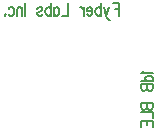
<source format=gbo>
G04 DipTrace 2.4.0.2*
%IN1dBBLE.gbo*%
%MOIN*%
%ADD67C,0.0062*%
%FSLAX44Y44*%
G04*
G70*
G90*
G75*
G01*
%LNBotSilk*%
%LPD*%
X10298Y9810D2*
D67*
X10497D1*
Y9408D1*
Y9619D2*
X10374D1*
X10183Y9676D2*
X10092Y9408D1*
X10122Y9332D1*
X10153Y9293D1*
X10183Y9274D1*
X10199D1*
X10000Y9676D2*
X10092Y9408D1*
X9901Y9810D2*
Y9408D1*
Y9619D2*
X9870Y9657D1*
X9840Y9676D1*
X9794D1*
X9763Y9657D1*
X9733Y9619D1*
X9717Y9561D1*
Y9523D1*
X9733Y9466D1*
X9763Y9428D1*
X9794Y9408D1*
X9840D1*
X9870Y9428D1*
X9901Y9466D1*
X9619Y9561D2*
X9435D1*
Y9600D1*
X9450Y9638D1*
X9465Y9657D1*
X9496Y9676D1*
X9542D1*
X9573Y9657D1*
X9603Y9619D1*
X9619Y9561D1*
Y9523D1*
X9603Y9466D1*
X9573Y9428D1*
X9542Y9408D1*
X9496D1*
X9465Y9428D1*
X9435Y9466D1*
X9336Y9676D2*
Y9408D1*
Y9561D2*
X9321Y9619D1*
X9290Y9657D1*
X9259Y9676D1*
X9213D1*
X8804Y9810D2*
Y9408D1*
X8620D1*
X8338Y9676D2*
Y9408D1*
Y9619D2*
X8368Y9657D1*
X8399Y9676D1*
X8444D1*
X8475Y9657D1*
X8506Y9619D1*
X8521Y9561D1*
Y9523D1*
X8506Y9466D1*
X8475Y9428D1*
X8444Y9408D1*
X8399D1*
X8368Y9428D1*
X8338Y9466D1*
X8239Y9810D2*
Y9408D1*
Y9619D2*
X8208Y9657D1*
X8178Y9676D1*
X8132D1*
X8101Y9657D1*
X8070Y9619D1*
X8055Y9561D1*
Y9523D1*
X8070Y9466D1*
X8101Y9428D1*
X8132Y9408D1*
X8178D1*
X8208Y9428D1*
X8239Y9466D1*
X7788Y9619D2*
X7803Y9657D1*
X7849Y9676D1*
X7895D1*
X7941Y9657D1*
X7956Y9619D1*
X7941Y9581D1*
X7910Y9561D1*
X7834Y9542D1*
X7803Y9523D1*
X7788Y9485D1*
Y9466D1*
X7803Y9428D1*
X7849Y9408D1*
X7895D1*
X7941Y9428D1*
X7956Y9466D1*
X7378Y9810D2*
Y9408D1*
X7279Y9676D2*
Y9408D1*
Y9600D2*
X7233Y9657D1*
X7203Y9676D1*
X7157D1*
X7126Y9657D1*
X7111Y9600D1*
Y9408D1*
X6828Y9619D2*
X6859Y9657D1*
X6890Y9676D1*
X6935D1*
X6966Y9657D1*
X6997Y9619D1*
X7012Y9561D1*
Y9523D1*
X6997Y9466D1*
X6966Y9428D1*
X6935Y9408D1*
X6890D1*
X6859Y9428D1*
X6828Y9466D1*
X6714Y9447D2*
X6729Y9427D1*
X6714Y9408D1*
X6699Y9427D1*
X6714Y9447D1*
X11319Y7572D2*
X11299Y7541D1*
X11242Y7495D1*
X11644D1*
X11242Y7212D2*
X11644D1*
X11433D2*
X11395Y7243D1*
X11376Y7274D1*
Y7320D1*
X11395Y7350D1*
X11433Y7381D1*
X11491Y7396D1*
X11529D1*
X11586Y7381D1*
X11624Y7350D1*
X11644Y7320D1*
Y7274D1*
X11624Y7243D1*
X11586Y7212D1*
X11242Y7114D2*
X11644D1*
Y6976D1*
X11624Y6930D1*
X11605Y6915D1*
X11567Y6899D1*
X11510D1*
X11471Y6915D1*
X11452Y6930D1*
X11433Y6976D1*
X11414Y6930D1*
X11395Y6915D1*
X11357Y6899D1*
X11318D1*
X11280Y6915D1*
X11261Y6930D1*
X11242Y6976D1*
Y7114D1*
X11433D2*
Y6976D1*
X11242Y6489D2*
X11644D1*
Y6351D1*
X11624Y6305D1*
X11605Y6290D1*
X11567Y6275D1*
X11510D1*
X11471Y6290D1*
X11452Y6305D1*
X11433Y6351D1*
X11414Y6305D1*
X11395Y6290D1*
X11357Y6275D1*
X11318D1*
X11280Y6290D1*
X11261Y6305D1*
X11242Y6351D1*
Y6489D1*
X11433D2*
Y6351D1*
X11242Y6176D2*
X11644D1*
Y5993D1*
X11242Y5695D2*
Y5894D1*
X11644D1*
Y5695D1*
X11433Y5894D2*
Y5771D1*
M02*

</source>
